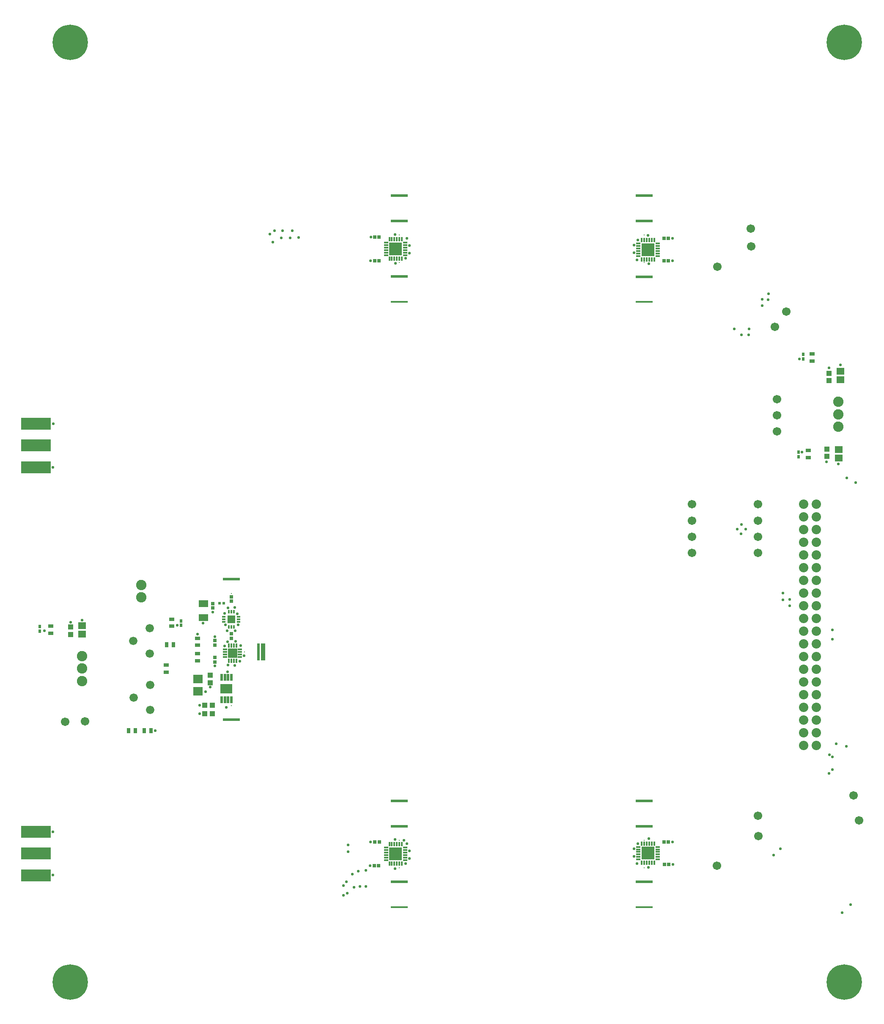
<source format=gts>
G04*
G04 #@! TF.GenerationSoftware,Altium Limited,Altium Designer,23.2.1 (34)*
G04*
G04 Layer_Color=8388736*
%FSLAX25Y25*%
%MOIN*%
G70*
G04*
G04 #@! TF.SameCoordinates,CA660C8E-C53F-4193-A26E-31EAB45B7BEE*
G04*
G04*
G04 #@! TF.FilePolarity,Negative*
G04*
G01*
G75*
%ADD15R,0.13610X0.01575*%
%ADD16R,0.03291X0.13610*%
%ADD19R,0.13610X0.01992*%
%ADD24R,0.13610X0.01968*%
%ADD25R,0.01100X0.01000*%
%ADD26R,0.01968X0.13610*%
%ADD27R,0.01000X0.01100*%
%ADD46R,0.02423X0.02254*%
%ADD47R,0.03842X0.03055*%
%ADD48R,0.02268X0.03055*%
%ADD49R,0.09945X0.09945*%
%ADD50R,0.03449X0.01284*%
%ADD51R,0.01284X0.03449*%
%ADD52R,0.02898X0.02740*%
%ADD53R,0.06032X0.05239*%
%ADD54R,0.03890X0.04071*%
%ADD55R,0.23299X0.09299*%
%ADD56R,0.23299X0.09799*%
%ADD57R,0.02740X0.02898*%
%ADD58R,0.03055X0.03842*%
%ADD59R,0.02071X0.05614*%
%ADD60R,0.09197X0.07504*%
%ADD61R,0.06008X0.06008*%
%ADD62R,0.02858X0.01284*%
%ADD63R,0.01284X0.02858*%
%ADD64R,0.01480X0.03252*%
%ADD65R,0.03252X0.01480*%
%ADD66R,0.07189X0.07189*%
%ADD67R,0.07386X0.05614*%
%ADD68R,0.07583X0.06795*%
%ADD69R,0.04039X0.04236*%
%ADD70R,0.04236X0.04039*%
%ADD71C,0.27858*%
%ADD72C,0.07386*%
%ADD73C,0.06699*%
%ADD74C,0.08173*%
%ADD75C,0.06598*%
%ADD76C,0.02268*%
D15*
X489475Y595437D02*
D03*
X682388D02*
D03*
X489475Y118941D02*
D03*
X682388D02*
D03*
D16*
X382110Y319843D02*
D03*
D19*
X682406Y202665D02*
D03*
X489492Y202665D02*
D03*
X682398Y679095D02*
D03*
X489484D02*
D03*
D24*
X489472Y615386D02*
D03*
X682387Y615356D02*
D03*
X489472Y659114D02*
D03*
X682386D02*
D03*
X682393Y138957D02*
D03*
X682394Y182685D02*
D03*
X489479Y138955D02*
D03*
X489479Y182685D02*
D03*
X357108Y266607D02*
D03*
X357008Y377054D02*
D03*
D25*
X489472Y626409D02*
D03*
X682387Y626379D02*
D03*
X489472Y648091D02*
D03*
X682386D02*
D03*
X682393Y149980D02*
D03*
X682394Y171661D02*
D03*
X489479Y149979D02*
D03*
X489479Y171661D02*
D03*
X357108Y277631D02*
D03*
X357008Y366031D02*
D03*
D26*
X378320Y319802D02*
D03*
D27*
X367297D02*
D03*
D46*
X351008Y358131D02*
D03*
X347633D02*
D03*
D47*
X310200Y340044D02*
D03*
Y345556D02*
D03*
X814799Y554433D02*
D03*
Y548921D02*
D03*
X811908Y478487D02*
D03*
Y472975D02*
D03*
X214898Y334551D02*
D03*
Y340063D02*
D03*
X305708Y309387D02*
D03*
Y303875D02*
D03*
X330289Y312913D02*
D03*
Y318425D02*
D03*
Y325117D02*
D03*
Y330629D02*
D03*
D48*
X317400Y344372D02*
D03*
Y340828D02*
D03*
X807614Y554039D02*
D03*
Y550496D02*
D03*
X804008Y473659D02*
D03*
Y477202D02*
D03*
X206236Y339866D02*
D03*
Y336323D02*
D03*
D49*
X486531Y637264D02*
D03*
X685404Y636581D02*
D03*
X685370Y161389D02*
D03*
X486539Y160835D02*
D03*
D50*
X478953Y632342D02*
D03*
Y634311D02*
D03*
Y636279D02*
D03*
Y638248D02*
D03*
Y640217D02*
D03*
Y642185D02*
D03*
X494110D02*
D03*
Y640217D02*
D03*
Y638248D02*
D03*
Y636279D02*
D03*
Y634311D02*
D03*
Y632342D02*
D03*
X692983Y641502D02*
D03*
Y639534D02*
D03*
Y637565D02*
D03*
Y635597D02*
D03*
Y633628D02*
D03*
Y631660D02*
D03*
X677825D02*
D03*
Y633628D02*
D03*
Y635597D02*
D03*
Y637565D02*
D03*
Y639534D02*
D03*
Y641502D02*
D03*
X677791Y166310D02*
D03*
Y164341D02*
D03*
Y162373D02*
D03*
Y160404D02*
D03*
Y158436D02*
D03*
Y156467D02*
D03*
X692949D02*
D03*
Y158436D02*
D03*
Y160404D02*
D03*
Y162373D02*
D03*
Y164341D02*
D03*
Y166310D02*
D03*
X478961Y155913D02*
D03*
Y157882D02*
D03*
Y159850D02*
D03*
Y161819D02*
D03*
Y163787D02*
D03*
Y165756D02*
D03*
X494118D02*
D03*
Y163787D02*
D03*
Y161819D02*
D03*
Y159850D02*
D03*
Y157882D02*
D03*
Y155913D02*
D03*
D51*
X481610Y644842D02*
D03*
X483579D02*
D03*
X485547D02*
D03*
X487516D02*
D03*
X489484D02*
D03*
X491453D02*
D03*
Y629685D02*
D03*
X489484D02*
D03*
X487516D02*
D03*
X485547D02*
D03*
X483579D02*
D03*
X481610D02*
D03*
X690325Y629002D02*
D03*
X688357D02*
D03*
X686388D02*
D03*
X684420D02*
D03*
X682451D02*
D03*
X680483D02*
D03*
Y644160D02*
D03*
X682451D02*
D03*
X684420D02*
D03*
X686388D02*
D03*
X688357D02*
D03*
X690325D02*
D03*
X690291Y168967D02*
D03*
X688323D02*
D03*
X686354D02*
D03*
X684386D02*
D03*
X682417D02*
D03*
X680449D02*
D03*
Y153810D02*
D03*
X682417D02*
D03*
X684386D02*
D03*
X686354D02*
D03*
X688323D02*
D03*
X690291D02*
D03*
X481618Y168413D02*
D03*
X483587D02*
D03*
X485555D02*
D03*
X487524D02*
D03*
X489492D02*
D03*
X491461D02*
D03*
Y153256D02*
D03*
X489492D02*
D03*
X487524D02*
D03*
X485555D02*
D03*
X483587D02*
D03*
X481618D02*
D03*
D52*
X469976Y627716D02*
D03*
X473441D02*
D03*
X469976Y646614D02*
D03*
X473441D02*
D03*
X698087Y645532D02*
D03*
X701551D02*
D03*
X698087Y627815D02*
D03*
X701551D02*
D03*
X701559Y170185D02*
D03*
X698095D02*
D03*
X701894Y152665D02*
D03*
X698429D02*
D03*
X473252Y151681D02*
D03*
X469787D02*
D03*
X473646Y170087D02*
D03*
X470181D02*
D03*
D53*
X836933Y534206D02*
D03*
Y540708D02*
D03*
X239504Y340460D02*
D03*
Y333958D02*
D03*
X835665Y472537D02*
D03*
Y479039D02*
D03*
D54*
X828023Y539327D02*
D03*
Y533602D02*
D03*
X230449Y333658D02*
D03*
Y339382D02*
D03*
X826315Y479441D02*
D03*
Y473717D02*
D03*
D55*
X203008Y482453D02*
D03*
Y161081D02*
D03*
D56*
Y465203D02*
D03*
Y499703D02*
D03*
Y143831D02*
D03*
Y178331D02*
D03*
D57*
X357008Y363195D02*
D03*
Y359731D02*
D03*
X344109Y315434D02*
D03*
Y311969D02*
D03*
X344011Y325257D02*
D03*
Y328721D02*
D03*
X342408Y357963D02*
D03*
Y354498D02*
D03*
X357008Y330598D02*
D03*
Y334063D02*
D03*
D58*
X311556Y325700D02*
D03*
X306044D02*
D03*
X293808Y257931D02*
D03*
X288296D02*
D03*
X281508Y258031D02*
D03*
X275996D02*
D03*
D59*
X349420Y282202D02*
D03*
X351979D02*
D03*
X354538D02*
D03*
X357097D02*
D03*
X349420Y299722D02*
D03*
X351979D02*
D03*
X354538D02*
D03*
X357097D02*
D03*
D60*
X353259Y290962D02*
D03*
D61*
X357003Y345591D02*
D03*
D62*
X351097Y343583D02*
D03*
Y345591D02*
D03*
Y347599D02*
D03*
X362908D02*
D03*
Y345591D02*
D03*
Y343583D02*
D03*
D63*
X354995Y351497D02*
D03*
X357003D02*
D03*
X359011D02*
D03*
Y339686D02*
D03*
X357003D02*
D03*
X354995D02*
D03*
D64*
X355034Y312914D02*
D03*
X357003D02*
D03*
X358971D02*
D03*
X360940D02*
D03*
Y324725D02*
D03*
X358971D02*
D03*
X357003D02*
D03*
X355034D02*
D03*
D65*
X363893Y315867D02*
D03*
Y317835D02*
D03*
Y319804D02*
D03*
Y321772D02*
D03*
X352081D02*
D03*
Y319804D02*
D03*
Y317835D02*
D03*
Y315867D02*
D03*
D66*
X357987Y318819D02*
D03*
D67*
X335008Y347017D02*
D03*
Y357844D02*
D03*
D68*
X330920Y288911D02*
D03*
Y298557D02*
D03*
D69*
X340467Y301411D02*
D03*
Y295505D02*
D03*
D70*
X342161Y278031D02*
D03*
X336255D02*
D03*
X342161Y271231D02*
D03*
X336255D02*
D03*
D71*
X840000Y60000D02*
D03*
X230000D02*
D03*
X840000Y800000D02*
D03*
X230000D02*
D03*
D72*
X808047Y436264D02*
D03*
X818047D02*
D03*
X808047Y426264D02*
D03*
X818047D02*
D03*
X808047Y416264D02*
D03*
X818047D02*
D03*
X808047Y406264D02*
D03*
X818047D02*
D03*
X808047Y396264D02*
D03*
X818047D02*
D03*
X808047Y386264D02*
D03*
X818047D02*
D03*
X808047Y376264D02*
D03*
X818047D02*
D03*
X808047Y366264D02*
D03*
X818047D02*
D03*
X808047Y356264D02*
D03*
X818047D02*
D03*
X808047Y346264D02*
D03*
X818047D02*
D03*
X808047Y336264D02*
D03*
X818047D02*
D03*
X808047Y326264D02*
D03*
X818047D02*
D03*
X808047Y316264D02*
D03*
X818047D02*
D03*
X808047Y306264D02*
D03*
X818047D02*
D03*
X808047Y296264D02*
D03*
X818047D02*
D03*
X808047Y286264D02*
D03*
X818047D02*
D03*
X808047Y276264D02*
D03*
X818047D02*
D03*
X808047Y266264D02*
D03*
X818047D02*
D03*
X808047Y256264D02*
D03*
X818047D02*
D03*
X808047Y246264D02*
D03*
X818047D02*
D03*
D73*
X772048Y397708D02*
D03*
X847319Y206799D02*
D03*
X740190Y623347D02*
D03*
X766638Y639248D02*
D03*
X766366Y653158D02*
D03*
X771951Y410514D02*
D03*
Y423320D02*
D03*
X772051Y436126D02*
D03*
X787008Y518831D02*
D03*
X720000Y410514D02*
D03*
Y397708D02*
D03*
Y423320D02*
D03*
Y436126D02*
D03*
X226208Y265031D02*
D03*
X241608Y265231D02*
D03*
X787008Y493631D02*
D03*
Y506231D02*
D03*
X772272Y174713D02*
D03*
X851685Y187307D02*
D03*
X772224Y190976D02*
D03*
X794425Y587898D02*
D03*
X785268Y575827D02*
D03*
X739858Y151618D02*
D03*
D74*
X835370Y497051D02*
D03*
Y506894D02*
D03*
Y516736D02*
D03*
X239508Y296931D02*
D03*
Y306773D02*
D03*
Y316616D02*
D03*
X286008Y362831D02*
D03*
Y372673D02*
D03*
D75*
X293004Y274088D02*
D03*
Y293773D02*
D03*
X280012Y283931D02*
D03*
X292604Y318688D02*
D03*
Y338373D02*
D03*
X279612Y328531D02*
D03*
D76*
X705100Y152626D02*
D03*
X314300Y340900D02*
D03*
X704800Y645574D02*
D03*
Y627774D02*
D03*
X842100Y456800D02*
D03*
X848953Y453131D02*
D03*
X791854Y366354D02*
D03*
X791800Y361000D02*
D03*
X765059Y574146D02*
D03*
X753563Y574118D02*
D03*
X764850Y569571D02*
D03*
X759216Y569425D02*
D03*
X762513Y416599D02*
D03*
X758760Y412811D02*
D03*
X755897Y416613D02*
D03*
X759079Y420354D02*
D03*
X775516Y597496D02*
D03*
X775398Y592410D02*
D03*
X780185Y597261D02*
D03*
X780280Y601984D02*
D03*
X844980Y120728D02*
D03*
X838543Y114394D02*
D03*
X789667Y164984D02*
D03*
X486531Y637264D02*
D03*
Y633764D02*
D03*
Y640764D02*
D03*
X490031Y637264D02*
D03*
Y640764D02*
D03*
Y633764D02*
D03*
X494406Y629783D02*
D03*
X495291Y645532D02*
D03*
X497563Y633819D02*
D03*
X676648Y628381D02*
D03*
X685404Y633081D02*
D03*
X483032Y633764D02*
D03*
X387417Y648779D02*
D03*
X389681Y642382D02*
D03*
X391059Y651514D02*
D03*
X396374Y646024D02*
D03*
X397488Y651514D02*
D03*
X403388Y646002D02*
D03*
X404988Y651602D02*
D03*
X409988Y646045D02*
D03*
X466788Y627802D02*
D03*
X466988Y646502D02*
D03*
X483032Y637264D02*
D03*
Y640764D02*
D03*
X497563Y639724D02*
D03*
X674376Y640094D02*
D03*
Y634188D02*
D03*
X485988Y648602D02*
D03*
X677534Y644129D02*
D03*
X681904Y633081D02*
D03*
Y636581D02*
D03*
Y640081D02*
D03*
X686088Y625602D02*
D03*
X688904Y633081D02*
D03*
Y636581D02*
D03*
Y640081D02*
D03*
X486288Y626002D02*
D03*
X685404Y636581D02*
D03*
Y640081D02*
D03*
X685488Y647802D02*
D03*
X828189Y224130D02*
D03*
X828308Y238807D02*
D03*
X830811Y227114D02*
D03*
X830744Y237110D02*
D03*
X784402Y159760D02*
D03*
X685370Y161389D02*
D03*
X677484Y168807D02*
D03*
X681870Y157889D02*
D03*
Y164889D02*
D03*
Y161389D02*
D03*
X685370Y157889D02*
D03*
Y164889D02*
D03*
X686096Y172715D02*
D03*
X688870Y157889D02*
D03*
Y161389D02*
D03*
X674327Y164772D02*
D03*
Y158866D02*
D03*
X688870Y164889D02*
D03*
X704696Y170215D02*
D03*
X685696Y150315D02*
D03*
X676598Y153059D02*
D03*
X490039Y160835D02*
D03*
X486244Y172153D02*
D03*
X492996Y171515D02*
D03*
X483039Y157335D02*
D03*
X490039D02*
D03*
Y164335D02*
D03*
X483039D02*
D03*
X486539Y157335D02*
D03*
Y164335D02*
D03*
X495299Y169004D02*
D03*
X483039Y160835D02*
D03*
X486539D02*
D03*
X497571Y163197D02*
D03*
X445284Y128271D02*
D03*
X448350Y129831D02*
D03*
X445595Y136031D02*
D03*
X453764Y134457D02*
D03*
X497571Y157291D02*
D03*
X448941Y167998D02*
D03*
Y162530D02*
D03*
X466496Y151515D02*
D03*
X494413Y153256D02*
D03*
X458488Y135047D02*
D03*
X447758Y138888D02*
D03*
X463114Y135146D02*
D03*
X452386Y144890D02*
D03*
X457110Y147348D02*
D03*
X463016Y147941D02*
D03*
X486244Y149319D02*
D03*
X466896Y170115D02*
D03*
X297108Y257831D02*
D03*
X342508Y351231D02*
D03*
X334808Y342431D02*
D03*
X330308Y333831D02*
D03*
X344108Y331731D02*
D03*
X354308Y309531D02*
D03*
X344208Y308831D02*
D03*
X332108Y271231D02*
D03*
Y278031D02*
D03*
X336608Y288631D02*
D03*
X239508Y344731D02*
D03*
X230408Y343331D02*
D03*
X209708Y336431D02*
D03*
X804808Y550631D02*
D03*
X806808Y477131D02*
D03*
X841669Y245476D02*
D03*
X833697Y247543D02*
D03*
X796984Y356303D02*
D03*
X797181Y361323D02*
D03*
X830842Y330024D02*
D03*
Y337307D02*
D03*
X356187Y317020D02*
D03*
X359908Y309331D02*
D03*
X354071Y304236D02*
D03*
X352506Y341092D02*
D03*
X351905Y350201D02*
D03*
X361748Y349807D02*
D03*
X362535Y341146D02*
D03*
X340488Y292327D02*
D03*
X363913Y312602D02*
D03*
X351807Y324413D02*
D03*
X364307Y324905D02*
D03*
X367260Y316933D02*
D03*
X828023Y543565D02*
D03*
X216374Y144295D02*
D03*
X216571Y178350D02*
D03*
X216866Y499610D02*
D03*
X216571Y465358D02*
D03*
X835565Y467888D02*
D03*
X826115Y469679D02*
D03*
X836933Y545857D02*
D03*
X356259Y288762D02*
D03*
Y293162D02*
D03*
X350259Y288762D02*
D03*
Y293162D02*
D03*
X353259Y290962D02*
D03*
X355353Y347241D02*
D03*
X358653D02*
D03*
X355353Y343941D02*
D03*
X358653D02*
D03*
X356187Y320620D02*
D03*
X359787D02*
D03*
Y317020D02*
D03*
X359681Y354728D02*
D03*
X354465Y354630D02*
D03*
X353108Y276331D02*
D03*
X360075Y336618D02*
D03*
X353874Y336520D02*
D03*
X360272Y328055D02*
D03*
X354108Y327931D02*
D03*
M02*

</source>
